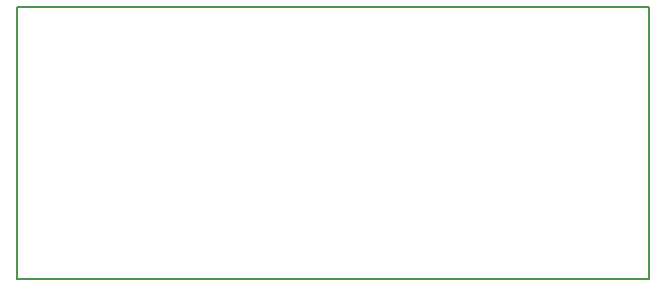
<source format=gko>
G04*
G04 #@! TF.GenerationSoftware,Altium Limited,Altium Designer,22.7.1 (60)*
G04*
G04 Layer_Color=16711935*
%FSLAX25Y25*%
%MOIN*%
G70*
G04*
G04 #@! TF.SameCoordinates,143699A1-5C46-47B9-B1A9-45083201A81C*
G04*
G04*
G04 #@! TF.FilePolarity,Positive*
G04*
G01*
G75*
%ADD12C,0.00500*%
D12*
X-500Y-500D02*
Y90158D01*
X210236D01*
Y-500D02*
Y90158D01*
X-500Y-500D02*
X210236D01*
M02*

</source>
